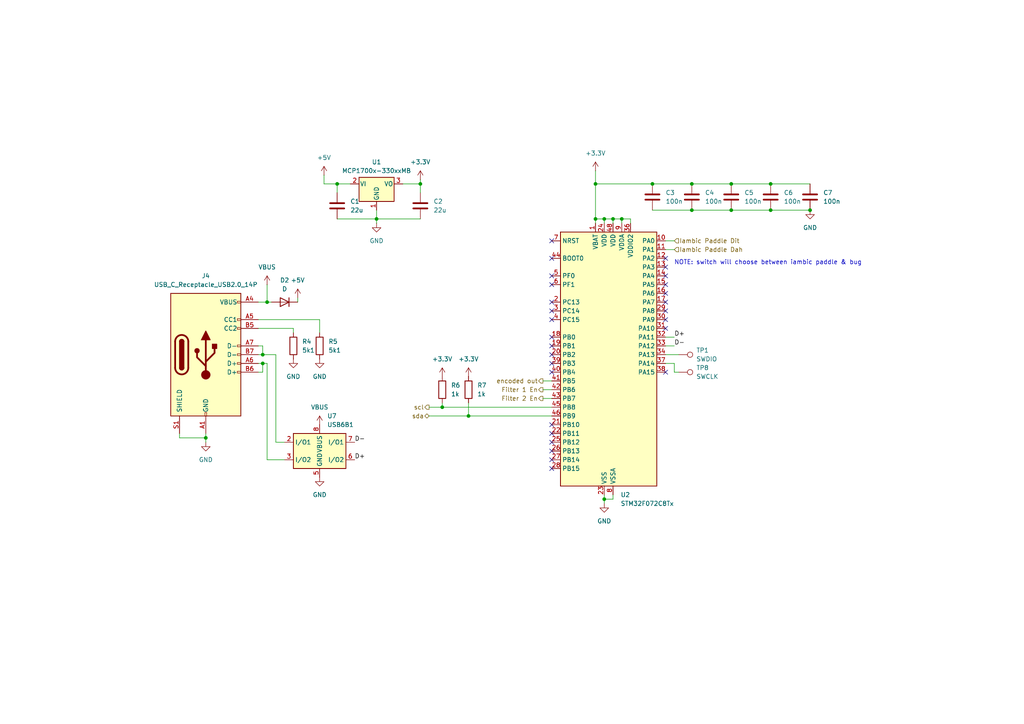
<source format=kicad_sch>
(kicad_sch (version 20231120) (generator "eeschema") (generator_version "8.0")
  (paper "A4")
  (lib_symbols
    (symbol "Connector:TestPoint" (pin_numbers hide) (pin_names (offset 0.762) hide)
      (property "Reference" "TP" (at 0 6.858 0))
      (property "Value" "TestPoint" (at 0 5.08 0))
      (symbol "TestPoint_0_1"
        (circle (center 0 3.302) (radius 0.762))
      )
      (symbol "TestPoint_1_1"
        (pin passive line (at 0 0 90) (length 2.54) (name "1") (number "1"))
      )
    )
    (symbol "Connector:USB_C_Receptacle_USB2.0_14P" (pin_names (offset 1.016))
      (property "Reference" "J" (at 0 22.225 0))
      (property "Value" "USB_C_Receptacle_USB2.0_14P" (at 0 19.685 0))
      (symbol "USB_C_Receptacle_USB2.0_14P_0_0"
        (rectangle (start -0.254 -17.78) (end 0.254 -16.764))
        (rectangle (start 10.16 -4.826) (end 9.144 -5.334))
        (rectangle (start 10.16 -2.286) (end 9.144 -2.794))
        (rectangle (start 10.16 0.254) (end 9.144 -0.254))
        (rectangle (start 10.16 2.794) (end 9.144 2.286))
        (rectangle (start 10.16 7.874) (end 9.144 7.366))
        (rectangle (start 10.16 10.414) (end 9.144 9.906))
        (rectangle (start 10.16 15.494) (end 9.144 14.986))
      )
      (symbol "USB_C_Receptacle_USB2.0_14P_0_1"
        (rectangle (start -10.16 17.78) (end 10.16 -17.78) (stroke (width 0.254)) (fill (type background)))
        (arc (start -8.89 -3.81) (mid -6.985 -5.7067) (end -5.08 -3.81) (stroke (width 0.508)))
        (arc (start -7.62 -3.81) (mid -6.985 -4.4423) (end -6.35 -3.81) (stroke (width 0.254)))
        (arc (start -7.62 -3.81) (mid -6.985 -4.4423) (end -6.35 -3.81) (stroke (width 0.254)) (fill (type outline)))
        (rectangle (start -7.62 -3.81) (end -6.35 3.81) (stroke (width 0.254)) (fill (type outline)))
        (arc (start -6.35 3.81) (mid -6.985 4.4423) (end -7.62 3.81) (stroke (width 0.254)))
        (arc (start -6.35 3.81) (mid -6.985 4.4423) (end -7.62 3.81) (stroke (width 0.254)) (fill (type outline)))
        (arc (start -5.08 3.81) (mid -6.985 5.7067) (end -8.89 3.81) (stroke (width 0.508)))
        (circle (center -2.54 1.143) (radius 0.635) (stroke (width 0.254)) (fill (type outline)))
        (circle (center 0 -5.842) (radius 1.27) (fill (type outline)))
        (polyline (pts (xy -8.89 -3.81) (xy -8.89 3.81)) (stroke (width 0.508)))
        (polyline (pts (xy -5.08 3.81) (xy -5.08 -3.81)) (stroke (width 0.508)))
        (polyline (pts (xy 0 -5.842) (xy 0 4.318)) (stroke (width 0.508)))
        (polyline (pts (xy 0 -3.302) (xy -2.54 -0.762) (xy -2.54 0.508)) (stroke (width 0.508)))
        (polyline (pts (xy 0 -2.032) (xy 2.54 0.508) (xy 2.54 1.778)) (stroke (width 0.508)))
        (polyline (pts (xy -1.27 4.318) (xy 0 6.858) (xy 1.27 4.318) (xy -1.27 4.318)) (stroke (width 0.254)) (fill (type outline)))
        (rectangle (start 1.905 1.778) (end 3.175 3.048) (stroke (width 0.254)) (fill (type outline)))
      )
      (symbol "USB_C_Receptacle_USB2.0_14P_1_1"
        (pin passive line (at 0 -22.86 90) (length 5.08) (name "GND") (number "A1"))
        (pin passive line (at 0 -22.86 90) (length 5.08) hide (name "GND") (number "A12"))
        (pin passive line (at 15.24 15.24 180) (length 5.08) (name "VBUS") (number "A4"))
        (pin bidirectional line (at 15.24 10.16 180) (length 5.08) (name "CC1") (number "A5"))
        (pin bidirectional line (at 15.24 -2.54 180) (length 5.08) (name "D+") (number "A6"))
        (pin bidirectional line (at 15.24 2.54 180) (length 5.08) (name "D-") (number "A7"))
        (pin passive line (at 15.24 15.24 180) (length 5.08) hide (name "VBUS") (number "A9"))
        (pin passive line (at 0 -22.86 90) (length 5.08) hide (name "GND") (number "B1"))
        (pin passive line (at 0 -22.86 90) (length 5.08) hide (name "GND") (number "B12"))
        (pin passive line (at 15.24 15.24 180) (length 5.08) hide (name "VBUS") (number "B4"))
        (pin bidirectional line (at 15.24 7.62 180) (length 5.08) (name "CC2") (number "B5"))
        (pin bidirectional line (at 15.24 -5.08 180) (length 5.08) (name "D+") (number "B6"))
        (pin bidirectional line (at 15.24 0 180) (length 5.08) (name "D-") (number "B7"))
        (pin passive line (at 15.24 15.24 180) (length 5.08) hide (name "VBUS") (number "B9"))
        (pin passive line (at -7.62 -22.86 90) (length 5.08) (name "SHIELD") (number "S1"))
      )
    )
    (symbol "Device:C" (pin_numbers hide) (pin_names (offset 0.254))
      (property "Reference" "C" (at 0.635 2.54 0))
      (property "Value" "C" (at 0.635 -2.54 0))
      (symbol "C_0_1"
        (polyline (pts (xy -2.032 -0.762) (xy 2.032 -0.762)) (stroke (width 0.508)))
        (polyline (pts (xy -2.032 0.762) (xy 2.032 0.762)) (stroke (width 0.508)))
      )
      (symbol "C_1_1"
        (pin passive line (at 0 3.81 270) (length 2.794) (name "~") (number "1"))
        (pin passive line (at 0 -3.81 90) (length 2.794) (name "~") (number "2"))
      )
    )
    (symbol "Device:D" (pin_numbers hide) (pin_names (offset 1.016) hide)
      (property "Reference" "D" (at 0 2.54 0))
      (property "Value" "D" (at 0 -2.54 0))
      (symbol "D_0_1"
        (polyline (pts (xy -1.27 1.27) (xy -1.27 -1.27)) (stroke (width 0.254)))
        (polyline (pts (xy 1.27 0) (xy -1.27 0)))
        (polyline (pts (xy 1.27 1.27) (xy 1.27 -1.27) (xy -1.27 0) (xy 1.27 1.27)) (stroke (width 0.254)))
      )
      (symbol "D_1_1"
        (pin passive line (at -3.81 0 0) (length 2.54) (name "K") (number "1"))
        (pin passive line (at 3.81 0 180) (length 2.54) (name "A") (number "2"))
      )
    )
    (symbol "Device:R" (pin_numbers hide) (pin_names (offset 0))
      (property "Reference" "R" (at 2.032 0 90))
      (property "Value" "R" (at 0 0 90))
      (symbol "R_0_1"
        (rectangle (start -1.016 -2.54) (end 1.016 2.54) (stroke (width 0.254)))
      )
      (symbol "R_1_1"
        (pin passive line (at 0 3.81 270) (length 1.27) (name "~") (number "1"))
        (pin passive line (at 0 -3.81 90) (length 1.27) (name "~") (number "2"))
      )
    )
    (symbol "MCU_ST_STM32F0:STM32F072C8Tx"
      (property "Reference" "U" (at -12.7 39.37 0))
      (property "Value" "STM32F072C8Tx" (at 10.16 39.37 0))
      (symbol "STM32F072C8Tx_0_1"
        (rectangle (start -12.7 -35.56) (end 15.24 38.1) (stroke (width 0.254)) (fill (type background)))
      )
      (symbol "STM32F072C8Tx_1_1"
        (pin power_in line (at -2.54 40.64 270) (length 2.54) (name "VBAT") (number "1"))
        (pin bidirectional line (at 17.78 35.56 180) (length 2.54) (name "PA0") (number "10"))
        (pin bidirectional line (at 17.78 33.02 180) (length 2.54) (name "PA1") (number "11"))
        (pin bidirectional line (at 17.78 30.48 180) (length 2.54) (name "PA2") (number "12"))
        (pin bidirectional line (at 17.78 27.94 180) (length 2.54) (name "PA3") (number "13"))
        (pin bidirectional line (at 17.78 25.4 180) (length 2.54) (name "PA4") (number "14"))
        (pin bidirectional line (at 17.78 22.86 180) (length 2.54) (name "PA5") (number "15"))
        (pin bidirectional line (at 17.78 20.32 180) (length 2.54) (name "PA6") (number "16"))
        (pin bidirectional line (at 17.78 17.78 180) (length 2.54) (name "PA7") (number "17"))
        (pin bidirectional line (at -15.24 7.62 0) (length 2.54) (name "PB0") (number "18"))
        (pin bidirectional line (at -15.24 5.08 0) (length 2.54) (name "PB1") (number "19"))
        (pin bidirectional line (at -15.24 17.78 0) (length 2.54) (name "PC13") (number "2"))
        (pin bidirectional line (at -15.24 2.54 0) (length 2.54) (name "PB2") (number "20"))
        (pin bidirectional line (at -15.24 -17.78 0) (length 2.54) (name "PB10") (number "21"))
        (pin bidirectional line (at -15.24 -20.32 0) (length 2.54) (name "PB11") (number "22"))
        (pin power_in line (at 0 -38.1 90) (length 2.54) (name "VSS") (number "23"))
        (pin power_in line (at 0 40.64 270) (length 2.54) (name "VDD") (number "24"))
        (pin bidirectional line (at -15.24 -22.86 0) (length 2.54) (name "PB12") (number "25"))
        (pin bidirectional line (at -15.24 -25.4 0) (length 2.54) (name "PB13") (number "26"))
        (pin bidirectional line (at -15.24 -27.94 0) (length 2.54) (name "PB14") (number "27"))
        (pin bidirectional line (at -15.24 -30.48 0) (length 2.54) (name "PB15") (number "28"))
        (pin bidirectional line (at 17.78 15.24 180) (length 2.54) (name "PA8") (number "29"))
        (pin bidirectional line (at -15.24 15.24 0) (length 2.54) (name "PC14") (number "3"))
        (pin bidirectional line (at 17.78 12.7 180) (length 2.54) (name "PA9") (number "30"))
        (pin bidirectional line (at 17.78 10.16 180) (length 2.54) (name "PA10") (number "31"))
        (pin bidirectional line (at 17.78 7.62 180) (length 2.54) (name "PA11") (number "32"))
        (pin bidirectional line (at 17.78 5.08 180) (length 2.54) (name "PA12") (number "33"))
        (pin bidirectional line (at 17.78 2.54 180) (length 2.54) (name "PA13") (number "34"))
        (pin passive line (at 0 -38.1 90) (length 2.54) hide (name "VSS") (number "35"))
        (pin power_in line (at 7.62 40.64 270) (length 2.54) (name "VDDIO2") (number "36"))
        (pin bidirectional line (at 17.78 0 180) (length 2.54) (name "PA14") (number "37"))
        (pin bidirectional line (at 17.78 -2.54 180) (length 2.54) (name "PA15") (number "38"))
        (pin bidirectional line (at -15.24 0 0) (length 2.54) (name "PB3") (number "39"))
        (pin bidirectional line (at -15.24 12.7 0) (length 2.54) (name "PC15") (number "4"))
        (pin bidirectional line (at -15.24 -2.54 0) (length 2.54) (name "PB4") (number "40"))
        (pin bidirectional line (at -15.24 -5.08 0) (length 2.54) (name "PB5") (number "41"))
        (pin bidirectional line (at -15.24 -7.62 0) (length 2.54) (name "PB6") (number "42"))
        (pin bidirectional line (at -15.24 -10.16 0) (length 2.54) (name "PB7") (number "43"))
        (pin input line (at -15.24 30.48 0) (length 2.54) (name "BOOT0") (number "44"))
        (pin bidirectional line (at -15.24 -12.7 0) (length 2.54) (name "PB8") (number "45"))
        (pin bidirectional line (at -15.24 -15.24 0) (length 2.54) (name "PB9") (number "46"))
        (pin passive line (at 0 -38.1 90) (length 2.54) hide (name "VSS") (number "47"))
        (pin power_in line (at 2.54 40.64 270) (length 2.54) (name "VDD") (number "48"))
        (pin bidirectional line (at -15.24 25.4 0) (length 2.54) (name "PF0") (number "5"))
        (pin bidirectional line (at -15.24 22.86 0) (length 2.54) (name "PF1") (number "6"))
        (pin input line (at -15.24 35.56 0) (length 2.54) (name "NRST") (number "7"))
        (pin power_in line (at 2.54 -38.1 90) (length 2.54) (name "VSSA") (number "8"))
        (pin power_in line (at 5.08 40.64 270) (length 2.54) (name "VDDA") (number "9"))
      )
    )
    (symbol "Power_Protection:USB6B1"
      (property "Reference" "U" (at 6.35 6.35 0))
      (property "Value" "USB6B1" (at 5.08 -6.35 0))
      (symbol "USB6B1_0_1"
        (rectangle (start -7.62 -5.08) (end 7.62 5.08) (stroke (width 0.254)) (fill (type background)))
      )
      (symbol "USB6B1_1_1"
        (pin passive line (at 0 7.62 270) (length 2.54) hide (name "VBUS") (number "1"))
        (pin passive line (at -10.16 2.54 0) (length 2.54) (name "I/O1") (number "2"))
        (pin passive line (at -10.16 -2.54 0) (length 2.54) (name "I/O2") (number "3"))
        (pin passive line (at 0 -7.62 90) (length 2.54) hide (name "GND") (number "4"))
        (pin passive line (at 0 -7.62 90) (length 2.54) (name "GND") (number "5"))
        (pin passive line (at 10.16 -2.54 180) (length 2.54) (name "I/O2") (number "6"))
        (pin passive line (at 10.16 2.54 180) (length 2.54) (name "I/O1") (number "7"))
        (pin passive line (at 0 7.62 270) (length 2.54) (name "VBUS") (number "8"))
      )
    )
    (symbol "Regulator_Linear:MCP1700x-330xxMB" (pin_names (offset 0.254))
      (property "Reference" "U" (at -3.81 3.175 0))
      (property "Value" "MCP1700x-330xxMB" (at 0 3.175 0))
      (symbol "MCP1700x-330xxMB_0_1"
        (rectangle (start -5.08 -5.08) (end 5.08 1.905) (stroke (width 0.254)) (fill (type background)))
      )
      (symbol "MCP1700x-330xxMB_1_1"
        (pin power_in line (at 0 -7.62 90) (length 2.54) (name "GND") (number "1"))
        (pin power_in line (at -7.62 0 0) (length 2.54) (name "VI") (number "2"))
        (pin power_out line (at 7.62 0 180) (length 2.54) (name "VO") (number "3"))
      )
    )
    (symbol "power:+3.3V" (power) (pin_numbers hide) (pin_names (offset 0) hide)
      (property "Value" "+3.3V" (at 0 3.556 0))
      (symbol "+3.3V_0_1"
        (polyline (pts (xy -0.762 1.27) (xy 0 2.54)))
        (polyline (pts (xy 0 0) (xy 0 2.54)))
        (polyline (pts (xy 0 2.54) (xy 0.762 1.27)))
      )
      (symbol "+3.3V_1_1"
        (pin power_in line (at 0 0 90) (length 0) (name "~") (number "1"))
      )
    )
    (symbol "power:+5V" (power) (pin_numbers hide) (pin_names (offset 0) hide)
      (property "Value" "+5V" (at 0 3.556 0))
      (symbol "+5V_0_1"
        (polyline (pts (xy -0.762 1.27) (xy 0 2.54)))
        (polyline (pts (xy 0 0) (xy 0 2.54)))
        (polyline (pts (xy 0 2.54) (xy 0.762 1.27)))
      )
      (symbol "+5V_1_1"
        (pin power_in line (at 0 0 90) (length 0) (name "~") (number "1"))
      )
    )
    (symbol "power:GND" (power) (pin_numbers hide) (pin_names (offset 0) hide)
      (property "Value" "GND" (at 0 -3.81 0))
      (symbol "GND_0_1"
        (polyline (pts (xy 0 0) (xy 0 -1.27) (xy 1.27 -1.27) (xy 0 -2.54) (xy -1.27 -1.27) (xy 0 -1.27)))
      )
      (symbol "GND_1_1"
        (pin power_in line (at 0 0 270) (length 0) (name "~") (number "1"))
      )
    )
    (symbol "power:VBUS" (power) (pin_numbers hide) (pin_names (offset 0) hide)
      (property "Value" "VBUS" (at 0 3.556 0))
      (symbol "VBUS_0_1"
        (polyline (pts (xy -0.762 1.27) (xy 0 2.54)))
        (polyline (pts (xy 0 0) (xy 0 2.54)))
        (polyline (pts (xy 0 2.54) (xy 0.762 1.27)))
      )
      (symbol "VBUS_1_1"
        (pin power_in line (at 0 0 90) (length 0) (name "~") (number "1"))
      )
    )
  )
  (junction (at 212.09 53.34))
  (junction (at 172.72 63.5))
  (junction (at 135.89 120.65))
  (junction (at 200.66 53.34))
  (junction (at 128.27 118.11))
  (junction (at 76.2 102.87))
  (junction (at 77.47 87.63))
  (junction (at 121.92 53.34))
  (junction (at 76.2 105.41))
  (junction (at 200.66 60.96))
  (junction (at 97.79 53.34))
  (junction (at 234.95 60.96))
  (junction (at 109.22 63.5))
  (junction (at 175.26 144.78))
  (junction (at 175.26 63.5))
  (junction (at 223.52 60.96))
  (junction (at 223.52 53.34))
  (junction (at 212.09 60.96))
  (junction (at 172.72 53.34))
  (junction (at 180.34 63.5))
  (junction (at 189.23 53.34))
  (junction (at 59.69 127))
  (junction (at 177.8 63.5))
  (no_connect (at 193.04 95.25))
  (no_connect (at 160.02 97.79))
  (no_connect (at 193.04 82.55))
  (no_connect (at 160.02 100.33))
  (no_connect (at 193.04 87.63))
  (no_connect (at 160.02 87.63))
  (no_connect (at 160.02 80.01))
  (no_connect (at 160.02 107.95))
  (no_connect (at 193.04 85.09))
  (no_connect (at 160.02 133.35))
  (no_connect (at 160.02 128.27))
  (no_connect (at 160.02 82.55))
  (no_connect (at 160.02 123.19))
  (no_connect (at 160.02 92.71))
  (no_connect (at 160.02 130.81))
  (no_connect (at 193.04 74.93))
  (no_connect (at 193.04 80.01))
  (no_connect (at 193.04 77.47))
  (no_connect (at 193.04 107.95))
  (no_connect (at 160.02 74.93))
  (no_connect (at 193.04 92.71))
  (no_connect (at 160.02 69.85))
  (no_connect (at 193.04 90.17))
  (no_connect (at 160.02 125.73))
  (no_connect (at 160.02 90.17))
  (no_connect (at 160.02 105.41))
  (no_connect (at 160.02 102.87))
  (no_connect (at 160.02 135.89))
  (wire (pts (xy 74.93 102.87) (xy 76.2 102.87)))
  (wire (pts (xy 76.2 102.87) (xy 80.01 102.87)))
  (wire (pts (xy 135.89 116.84) (xy 135.89 120.65)))
  (wire (pts (xy 223.52 60.96) (xy 234.95 60.96)))
  (wire (pts (xy 195.58 107.95) (xy 195.58 105.41)))
  (wire (pts (xy 200.66 53.34) (xy 212.09 53.34)))
  (wire (pts (xy 109.22 63.5) (xy 121.92 63.5)))
  (wire (pts (xy 172.72 63.5) (xy 172.72 64.77)))
  (wire (pts (xy 200.66 60.96) (xy 212.09 60.96)))
  (wire (pts (xy 59.69 127) (xy 59.69 128.27)))
  (wire (pts (xy 124.46 120.65) (xy 135.89 120.65)))
  (wire (pts (xy 97.79 53.34) (xy 101.6 53.34)))
  (wire (pts (xy 175.26 143.51) (xy 175.26 144.78)))
  (wire (pts (xy 128.27 118.11) (xy 160.02 118.11)))
  (wire (pts (xy 74.93 100.33) (xy 76.2 100.33)))
  (wire (pts (xy 157.48 110.49) (xy 160.02 110.49)))
  (wire (pts (xy 196.85 107.95) (xy 195.58 107.95)))
  (wire (pts (xy 74.93 92.71) (xy 92.71 92.71)))
  (wire (pts (xy 177.8 64.77) (xy 177.8 63.5)))
  (wire (pts (xy 189.23 60.96) (xy 200.66 60.96)))
  (wire (pts (xy 109.22 63.5) (xy 109.22 64.77)))
  (wire (pts (xy 175.26 63.5) (xy 177.8 63.5)))
  (wire (pts (xy 177.8 143.51) (xy 177.8 144.78)))
  (wire (pts (xy 175.26 144.78) (xy 175.26 146.05)))
  (wire (pts (xy 157.48 113.03) (xy 160.02 113.03)))
  (wire (pts (xy 177.8 144.78) (xy 175.26 144.78)))
  (wire (pts (xy 128.27 116.84) (xy 128.27 118.11)))
  (wire (pts (xy 52.07 127) (xy 59.69 127)))
  (wire (pts (xy 195.58 72.39) (xy 193.04 72.39)))
  (wire (pts (xy 97.79 63.5) (xy 109.22 63.5)))
  (wire (pts (xy 195.58 105.41) (xy 193.04 105.41)))
  (wire (pts (xy 212.09 53.34) (xy 223.52 53.34)))
  (wire (pts (xy 82.55 133.35) (xy 77.47 133.35)))
  (wire (pts (xy 52.07 125.73) (xy 52.07 127)))
  (wire (pts (xy 121.92 53.34) (xy 121.92 55.88)))
  (wire (pts (xy 135.89 120.65) (xy 160.02 120.65)))
  (wire (pts (xy 193.04 102.87) (xy 196.85 102.87)))
  (wire (pts (xy 212.09 60.96) (xy 223.52 60.96)))
  (wire (pts (xy 77.47 82.55) (xy 77.47 87.63)))
  (wire (pts (xy 80.01 128.27) (xy 82.55 128.27)))
  (wire (pts (xy 92.71 92.71) (xy 92.71 96.52)))
  (wire (pts (xy 172.72 49.53) (xy 172.72 53.34)))
  (wire (pts (xy 116.84 53.34) (xy 121.92 53.34)))
  (wire (pts (xy 74.93 107.95) (xy 76.2 107.95)))
  (wire (pts (xy 74.93 105.41) (xy 76.2 105.41)))
  (wire (pts (xy 193.04 100.33) (xy 195.58 100.33)))
  (wire (pts (xy 121.92 53.34) (xy 121.92 52.07)))
  (wire (pts (xy 80.01 102.87) (xy 80.01 128.27)))
  (wire (pts (xy 77.47 133.35) (xy 77.47 105.41)))
  (wire (pts (xy 223.52 53.34) (xy 234.95 53.34)))
  (wire (pts (xy 177.8 63.5) (xy 180.34 63.5)))
  (wire (pts (xy 175.26 63.5) (xy 172.72 63.5)))
  (wire (pts (xy 175.26 64.77) (xy 175.26 63.5)))
  (wire (pts (xy 74.93 95.25) (xy 85.09 95.25)))
  (wire (pts (xy 180.34 64.77) (xy 180.34 63.5)))
  (wire (pts (xy 182.88 63.5) (xy 180.34 63.5)))
  (wire (pts (xy 182.88 64.77) (xy 182.88 63.5)))
  (wire (pts (xy 157.48 115.57) (xy 160.02 115.57)))
  (wire (pts (xy 76.2 105.41) (xy 77.47 105.41)))
  (wire (pts (xy 189.23 53.34) (xy 200.66 53.34)))
  (wire (pts (xy 77.47 87.63) (xy 74.93 87.63)))
  (wire (pts (xy 76.2 100.33) (xy 76.2 102.87)))
  (wire (pts (xy 172.72 53.34) (xy 189.23 53.34)))
  (wire (pts (xy 109.22 60.96) (xy 109.22 63.5)))
  (wire (pts (xy 172.72 53.34) (xy 172.72 63.5)))
  (wire (pts (xy 76.2 107.95) (xy 76.2 105.41)))
  (wire (pts (xy 78.74 87.63) (xy 77.47 87.63)))
  (wire (pts (xy 97.79 53.34) (xy 97.79 55.88)))
  (wire (pts (xy 86.36 86.36) (xy 86.36 87.63)))
  (wire (pts (xy 93.98 53.34) (xy 97.79 53.34)))
  (wire (pts (xy 59.69 125.73) (xy 59.69 127)))
  (wire (pts (xy 85.09 95.25) (xy 85.09 96.52)))
  (wire (pts (xy 124.46 118.11) (xy 128.27 118.11)))
  (wire (pts (xy 195.58 69.85) (xy 193.04 69.85)))
  (wire (pts (xy 193.04 97.79) (xy 195.58 97.79)))
  (wire (pts (xy 93.98 50.8) (xy 93.98 53.34)))
  (text "NOTE: switch will choose between iambic paddle & bug" (at 222.758 76.2 0) (effects (font (size 1.27 1.27))))
  (label "D-" (at 195.58 100.33 0))
  (label "D+" (at 102.87 133.35 0))
  (label "D-" (at 102.87 128.27 0))
  (label "D+" (at 195.58 97.79 0))
  (hierarchical_label "encoded out" (shape output) (at 157.48 110.49 180))
  (hierarchical_label "Iambic Paddle Dah" (shape input) (at 195.58 72.39 0))
  (hierarchical_label "Filter 1 En" (shape output) (at 157.48 113.03 180))
  (hierarchical_label "Filter 2 En" (shape output) (at 157.48 115.57 180))
  (hierarchical_label "scl" (shape output) (at 124.46 118.11 180))
  (hierarchical_label "Iambic Paddle Dit" (shape input) (at 195.58 69.85 0))
  (hierarchical_label "sda" (shape bidirectional) (at 124.46 120.65 180))
  (symbol (lib_id "Device:R") (at 135.89 113.03 0) (unit 1)
    (property "Reference" "R7" (at 138.43 111.7599 0) (effects (justify left)))
    (property "Value" "1k" (at 138.43 114.2999 0) (effects (justify left)))
    (property "Footprint" "Resistor_SMD:R_0603_1608Metric" (effects (hide yes)))
    (property "Description" "Resistor" (effects (hide yes)))
  )
  (symbol (lib_id "Device:C") (at 212.09 57.15 0) (unit 1)
    (property "Reference" "C5" (at 215.9 55.8799 0) (effects (justify left)))
    (property "Value" "100n" (at 215.9 58.4199 0) (effects (justify left)))
    (property "Description" "Unpolarized capacitor" (effects (hide yes)))
  )
  (symbol (lib_id "Regulator_Linear:MCP1700x-330xxMB") (at 109.22 53.34 0) (unit 1)
    (property "Reference" "U1" (at 109.22 46.99 0))
    (property "Value" "MCP1700x-330xxMB" (at 109.22 49.53 0))
    (property "Datasheet" "http://ww1.microchip.com/downloads/en/DeviceDoc/20001826D.pdf" (effects (hide yes)))
    (property "Description" "250mA Low Quiscent Current LDO, 3.3V output, SOT-89" (effects (hide yes)))
  )
  (symbol (lib_id "power:+5V") (at 93.98 50.8 0) (unit 1)
    (property "Reference" "#PWR015" (effects (hide yes)))
    (property "Value" "+5V" (at 93.98 45.72 0))
    (property "Description" "Power symbol creates a global label with name \"+5V\"" (effects (hide yes)))
  )
  (symbol (lib_id "Device:C") (at 97.79 59.69 0) (unit 1)
    (property "Reference" "C1" (at 101.6 58.4199 0) (effects (justify left)))
    (property "Value" "22u" (at 101.6 60.9599 0) (effects (justify left)))
    (property "Footprint" "Capacitor_SMD:C_0603_1608Metric" (effects (hide yes)))
    (property "Description" "Unpolarized capacitor" (effects (hide yes)))
  )
  (symbol (lib_id "power:+3.3V") (at 172.72 49.53 0) (unit 1)
    (property "Reference" "#PWR020" (effects (hide yes)))
    (property "Value" "+3.3V" (at 172.72 44.45 0))
    (property "Description" "Power symbol creates a global label with name \"+3.3V\"" (effects (hide yes)))
  )
  (symbol (lib_id "power:VBUS") (at 77.47 82.55 0) (unit 1)
    (property "Reference" "#PWR051" (effects (hide yes)))
    (property "Value" "VBUS" (at 77.47 77.47 0))
    (property "Description" "Power symbol creates a global label with name \"VBUS\"" (effects (hide yes)))
  )
  (symbol (lib_id "Device:C") (at 200.66 57.15 0) (unit 1)
    (property "Reference" "C4" (at 204.47 55.8799 0) (effects (justify left)))
    (property "Value" "100n" (at 204.47 58.4199 0) (effects (justify left)))
    (property "Description" "Unpolarized capacitor" (effects (hide yes)))
  )
  (symbol (lib_id "Device:D") (at 82.55 87.63 180) (unit 1)
    (property "Reference" "D2" (at 82.55 81.28 0))
    (property "Value" "D" (at 82.55 83.82 0))
    (property "Description" "Diode" (effects (hide yes)))
    (property "Sim.Device" "D" (effects (hide yes)))
    (property "Sim.Pins" "1=K 2=A" (effects (hide yes)))
  )
  (symbol (lib_id "Connector:USB_C_Receptacle_USB2.0_14P") (at 59.69 102.87 0) (unit 1)
    (property "Reference" "J4" (at 59.69 80.01 0))
    (property "Value" "USB_C_Receptacle_USB2.0_14P" (at 59.69 82.55 0))
    (property "Datasheet" "https://www.usb.org/sites/default/files/documents/usb_type-c.zip" (effects (hide yes)))
    (property "Description" "USB 2.0-only 14P Type-C Receptacle connector" (effects (hide yes)))
  )
  (symbol (lib_id "Device:C") (at 121.92 59.69 0) (unit 1)
    (property "Reference" "C2" (at 125.73 58.4199 0) (effects (justify left)))
    (property "Value" "22u" (at 125.73 60.9599 0) (effects (justify left)))
    (property "Footprint" "Capacitor_SMD:C_0603_1608Metric" (effects (hide yes)))
    (property "Description" "Unpolarized capacitor" (effects (hide yes)))
  )
  (symbol (lib_id "Device:R") (at 128.27 113.03 0) (unit 1)
    (property "Reference" "R6" (at 130.81 111.7599 0) (effects (justify left)))
    (property "Value" "1k" (at 130.81 114.2999 0) (effects (justify left)))
    (property "Footprint" "Resistor_SMD:R_0603_1608Metric" (effects (hide yes)))
    (property "Description" "Resistor" (effects (hide yes)))
  )
  (symbol (lib_id "power:GND") (at 175.26 146.05 0) (unit 1)
    (property "Reference" "#PWR021" (effects (hide yes)))
    (property "Value" "GND" (at 175.26 151.13 0))
    (property "Description" "Power symbol creates a global label with name \"GND\" , ground" (effects (hide yes)))
  )
  (symbol (lib_id "power:VBUS") (at 92.71 123.19 0) (unit 1)
    (property "Reference" "#PWR052" (effects (hide yes)))
    (property "Value" "VBUS" (at 92.71 118.11 0))
    (property "Description" "Power symbol creates a global label with name \"VBUS\"" (effects (hide yes)))
  )
  (symbol (lib_id "power:GND") (at 234.95 60.96 0) (unit 1)
    (property "Reference" "#PWR022" (effects (hide yes)))
    (property "Value" "GND" (at 234.95 66.04 0))
    (property "Description" "Power symbol creates a global label with name \"GND\" , ground" (effects (hide yes)))
  )
  (symbol (lib_id "power:+3.3V") (at 135.89 109.22 0) (unit 1)
    (property "Reference" "#PWR019" (effects (hide yes)))
    (property "Value" "+3.3V" (at 135.89 104.14 0))
    (property "Description" "Power symbol creates a global label with name \"+3.3V\"" (effects (hide yes)))
  )
  (symbol (lib_id "Device:R") (at 92.71 100.33 0) (unit 1)
    (property "Reference" "R5" (at 95.25 99.0599 0) (effects (justify left)))
    (property "Value" "5k1" (at 95.25 101.5999 0) (effects (justify left)))
    (property "Footprint" "Resistor_SMD:R_0603_1608Metric" (effects (hide yes)))
    (property "Description" "Resistor" (effects (hide yes)))
  )
  (symbol (lib_id "power:+3.3V") (at 128.27 109.22 0) (unit 1)
    (property "Reference" "#PWR018" (effects (hide yes)))
    (property "Value" "+3.3V" (at 128.27 104.14 0))
    (property "Description" "Power symbol creates a global label with name \"+3.3V\"" (effects (hide yes)))
  )
  (symbol (lib_id "Device:C") (at 189.23 57.15 0) (unit 1)
    (property "Reference" "C3" (at 193.04 55.8799 0) (effects (justify left)))
    (property "Value" "100n" (at 193.04 58.4199 0) (effects (justify left)))
    (property "Description" "Unpolarized capacitor" (effects (hide yes)))
  )
  (symbol (lib_id "power:+5V") (at 86.36 86.36 0) (unit 1)
    (property "Reference" "#PWR012" (effects (hide yes)))
    (property "Value" "+5V" (at 86.36 81.28 0))
    (property "Description" "Power symbol creates a global label with name \"+5V\"" (effects (hide yes)))
  )
  (symbol (lib_id "MCU_ST_STM32F0:STM32F072C8Tx") (at 175.26 105.41 0) (unit 1)
    (property "Reference" "U2" (at 179.9941 143.51 0) (effects (justify left)))
    (property "Value" "STM32F072C8Tx" (at 179.9941 146.05 0) (effects (justify left)))
    (property "Footprint" "Package_QFP:LQFP-48_7x7mm_P0.5mm" (effects (hide yes)))
    (property "Datasheet" "https://www.st.com/resource/en/datasheet/stm32f072c8.pdf" (effects (hide yes)))
    (property "Description" "STMicroelectronics Arm Cortex-M0 MCU, 64KB flash, 16KB RAM, 48 MHz, 2.0-3.6V, 37 GPIO, LQFP48" (effects (hide yes)))
  )
  (symbol (lib_id "power:GND") (at 109.22 64.77 0) (unit 1)
    (property "Reference" "#PWR016" (effects (hide yes)))
    (property "Value" "GND" (at 109.22 69.85 0))
    (property "Description" "Power symbol creates a global label with name \"GND\" , ground" (effects (hide yes)))
  )
  (symbol (lib_id "Device:R") (at 85.09 100.33 0) (unit 1)
    (property "Reference" "R4" (at 87.63 99.0599 0) (effects (justify left)))
    (property "Value" "5k1" (at 87.63 101.5999 0) (effects (justify left)))
    (property "Footprint" "Resistor_SMD:R_0603_1608Metric" (effects (hide yes)))
    (property "Description" "Resistor" (effects (hide yes)))
  )
  (symbol (lib_id "power:+3.3V") (at 121.92 52.07 0) (unit 1)
    (property "Reference" "#PWR017" (effects (hide yes)))
    (property "Value" "+3.3V" (at 121.92 46.99 0))
    (property "Description" "Power symbol creates a global label with name \"+3.3V\"" (effects (hide yes)))
  )
  (symbol (lib_id "power:GND") (at 92.71 104.14 0) (unit 1)
    (property "Reference" "#PWR014" (effects (hide yes)))
    (property "Value" "GND" (at 92.71 109.22 0))
    (property "Description" "Power symbol creates a global label with name \"GND\" , ground" (effects (hide yes)))
  )
  (symbol (lib_id "power:GND") (at 92.71 138.43 0) (unit 1)
    (property "Reference" "#PWR053" (effects (hide yes)))
    (property "Value" "GND" (at 92.71 143.51 0))
    (property "Description" "Power symbol creates a global label with name \"GND\" , ground" (effects (hide yes)))
  )
  (symbol (lib_id "Connector:TestPoint") (at 196.85 107.95 270) (unit 1)
    (property "Reference" "TP8" (at 201.93 106.6799 90) (effects (justify left)))
    (property "Value" "SWCLK" (at 201.93 109.2199 90) (effects (justify left)))
    (property "Description" "test point" (effects (hide yes)))
  )
  (symbol (lib_id "power:GND") (at 59.69 128.27 0) (unit 1)
    (property "Reference" "#PWR011" (effects (hide yes)))
    (property "Value" "GND" (at 59.69 133.35 0))
    (property "Description" "Power symbol creates a global label with name \"GND\" , ground" (effects (hide yes)))
  )
  (symbol (lib_id "power:GND") (at 85.09 104.14 0) (unit 1)
    (property "Reference" "#PWR013" (effects (hide yes)))
    (property "Value" "GND" (at 85.09 109.22 0))
    (property "Description" "Power symbol creates a global label with name \"GND\" , ground" (effects (hide yes)))
  )
  (symbol (lib_id "Connector:TestPoint") (at 196.85 102.87 270) (unit 1)
    (property "Reference" "TP1" (at 201.93 101.5999 90) (effects (justify left)))
    (property "Value" "SWDIO" (at 201.93 104.1399 90) (effects (justify left)))
    (property "Description" "test point" (effects (hide yes)))
  )
  (symbol (lib_id "Device:C") (at 234.95 57.15 0) (unit 1)
    (property "Reference" "C7" (at 238.76 55.8799 0) (effects (justify left)))
    (property "Value" "100n" (at 238.76 58.4199 0) (effects (justify left)))
    (property "Description" "Unpolarized capacitor" (effects (hide yes)))
  )
  (symbol (lib_id "Device:C") (at 223.52 57.15 0) (unit 1)
    (property "Reference" "C6" (at 227.33 55.8799 0) (effects (justify left)))
    (property "Value" "100n" (at 227.33 58.4199 0) (effects (justify left)))
    (property "Description" "Unpolarized capacitor" (effects (hide yes)))
  )
  (symbol (lib_id "Power_Protection:USB6B1") (at 92.71 130.81 0) (unit 1)
    (property "Reference" "U7" (at 94.9041 120.65 0) (effects (justify left)))
    (property "Value" "USB6B1" (at 94.9041 123.19 0) (effects (justify left)))
    (property "Footprint" "Package_SO:SOIC-8_3.9x4.9mm_P1.27mm" (effects (hide yes)))
    (property "Datasheet" "http://www.st.com/content/ccc/resource/technical/document/datasheet/3e/ec/b2/54/b2/76/47/90/CD00001361.pdf/files/CD00001361.pdf/jcr:content/translations/en.CD00001361.pdf" (effects (hide yes)))
    (property "Description" "5V Data line protection" (effects (hide yes)))
  )
)
</source>
